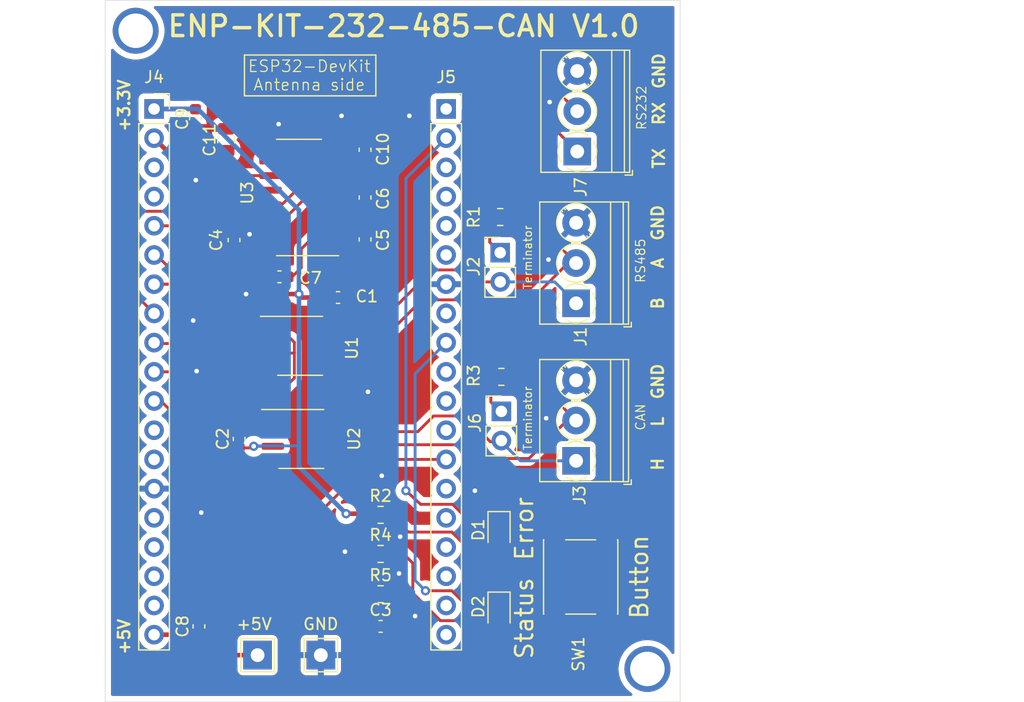
<source format=kicad_pcb>
(kicad_pcb (version 20211014) (generator pcbnew)
  (title_block (title "ENP-KIT-232-485-CAN") (date "2022-09-16") (rev "${git_tag}"))
  (layers (0 "F.Cu" signal) (31 "B.Cu" signal) (34 "B.Paste" user) (35 "F.Paste" user) (36 "B.SilkS" user "B.Silkscreen") (37 "F.SilkS" user "F.Silkscreen") (38 "B.Mask" user) (39 "F.Mask" user) (44 "Edge.Cuts" user))
  (property "git_tag" "123")
  (net 0 "")
  (net 1 "+5V")
  (net 2 "GND")
  (net 3 "Net-(J1-Pad2)")
  (net 4 "Net-(D1-Pad2)")
  (net 5 "Net-(J3-Pad2)")
  (net 6 "Net-(D2-Pad2)")
  (net 7 "Net-(J6-Pad1)")
  (net 8 "+3.3V")
  (net 13 "Net-(C7-Pad1)")
  (net 14 "Net-(C10-Pad1)")
  (net 15 "Net-(J1-Pad1)")
  (net 16 "Net-(J2-Pad1)")
  (net 21 "Net-(J4-Pad2)")
  (net 24 "Net-(J7-Pad2)")
  (net 25 "Net-(J7-Pad1)")
  (net 26 "RS485_TX")
  (net 27 "RS485_EN")
  (net 28 "RS485_RX")
  (net 29 "CAN_RX")
  (net 30 "CAN_TX")
  (net 31 "RS232_RX")
  (net 32 "RS232_TX")
  (net 33 "Net-(C3-Pad2)")
  (net 34 "Net-(D1-Pad1)")
  (net 35 "Net-(D2-Pad1)")
  (net 36 "Net-(C5-Pad2)")
  (net 37 "Net-(C5-Pad1)")
  (net 38 "Net-(C6-Pad2)")
  (net 39 "Net-(C6-Pad1)")
  (net 40 "Net-(J3-Pad1)")
  (footprint "LED_SMD:LED_0805_2012Metric" (layer "F.Cu") (at 114.6 76.7 -90)
    (fp_text reference "D1" (at -0.1 1.8 90) (layer "F.SilkS"))
    (fp_text value "LED_RED" hide)
    (pad "1" smd roundrect locked (at -0.9375 0 270) (size 0.975 1.4) (layers "F.Cu" "F.Paste" "F.Mask") (net 34 "Net-(D1-Pad1)"))
    (pad "2" smd roundrect locked (at 0.9375 0 270) (size 0.975 1.4) (layers "F.Cu" "F.Paste" "F.Mask") (net 4 "Net-(D1-Pad2)"))
  )
  (footprint "LED_SMD:LED_0805_2012Metric" (layer "F.Cu") (at 114.6 83.7 -90)
    (fp_text reference "D2" (at -0.4 1.8 90) (layer "F.SilkS"))
    (fp_text value "LED_GREEN" hide)
    (pad "1" smd roundrect locked (at -0.9375 0 270) (size 0.975 1.4) (layers "F.Cu" "F.Paste" "F.Mask") (net 35 "Net-(D2-Pad1)"))
    (pad "2" smd roundrect locked (at 0.9375 0 270) (size 0.975 1.4) (layers "F.Cu" "F.Paste" "F.Mask") (net 6 "Net-(D2-Pad2)"))
  )
  (footprint "Connector_PinSocket_2.54mm:PinSocket_1x19_P2.54mm_Vertical" (layer "F.Cu") (at 84.6 40)
    (fp_text reference "J4" (at 0 -2.77) (layer "F.SilkS"))
    (fp_text value "Conn_01x19" hide)
    (pad "1" thru_hole rect locked (at 0 0) (size 1.7 1.7) (drill 1) (layers *.Cu *.Mask) (net 8 "+3.3V"))
    (pad "2" thru_hole oval locked (at 0 2.54) (size 1.7 1.7) (drill 1) (layers *.Cu *.Mask) (net 21 "Net-(J4-Pad2)"))
    (pad "3" thru_hole oval locked (at 0 5.08) (size 1.7 1.7) (drill 1) (layers *.Cu *.Mask))
    (pad "4" thru_hole oval locked (at 0 7.62) (size 1.7 1.7) (drill 1) (layers *.Cu *.Mask))
    (pad "5" thru_hole oval locked (at 0 10.16) (size 1.7 1.7) (drill 1) (layers *.Cu *.Mask) (net 31 "RS232_RX"))
    (pad "6" thru_hole oval locked (at 0 12.7) (size 1.7 1.7) (drill 1) (layers *.Cu *.Mask) (net 28 "RS485_RX"))
    (pad "7" thru_hole oval locked (at 0 15.24) (size 1.7 1.7) (drill 1) (layers *.Cu *.Mask) (net 26 "RS485_TX"))
    (pad "8" thru_hole oval locked (at 0 17.78) (size 1.7 1.7) (drill 1) (layers *.Cu *.Mask) (net 32 "RS232_TX"))
    (pad "9" thru_hole oval locked (at 0 20.32) (size 1.7 1.7) (drill 1) (layers *.Cu *.Mask) (net 27 "RS485_EN"))
    (pad "10" thru_hole oval locked (at 0 22.86) (size 1.7 1.7) (drill 1) (layers *.Cu *.Mask) (net 30 "CAN_TX"))
    (pad "11" thru_hole oval locked (at 0 25.4) (size 1.7 1.7) (drill 1) (layers *.Cu *.Mask) (net 29 "CAN_RX"))
    (pad "12" thru_hole oval locked (at 0 27.94) (size 1.7 1.7) (drill 1) (layers *.Cu *.Mask))
    (pad "13" thru_hole oval locked (at 0 30.48) (size 1.7 1.7) (drill 1) (layers *.Cu *.Mask))
    (pad "14" thru_hole oval locked (at 0 33.02) (size 1.7 1.7) (drill 1) (layers *.Cu *.Mask) (net 2 "GND"))
    (pad "15" thru_hole oval locked (at 0 35.56) (size 1.7 1.7) (drill 1) (layers *.Cu *.Mask))
    (pad "16" thru_hole oval locked (at 0 38.1) (size 1.7 1.7) (drill 1) (layers *.Cu *.Mask))
    (pad "17" thru_hole oval locked (at 0 40.64) (size 1.7 1.7) (drill 1) (layers *.Cu *.Mask))
    (pad "18" thru_hole oval locked (at 0 43.18) (size 1.7 1.7) (drill 1) (layers *.Cu *.Mask))
    (pad "19" thru_hole oval locked (at 0 45.72) (size 1.7 1.7) (drill 1) (layers *.Cu *.Mask) (net 1 "+5V"))
  )
  (footprint "Connector_PinSocket_2.54mm:PinSocket_1x19_P2.54mm_Vertical" (layer "F.Cu") (at 110 40)
    (fp_text reference "J5" (at 0 -2.77) (layer "F.SilkS"))
    (fp_text value "Conn_01x19" hide)
    (pad "1" thru_hole rect locked (at 0 0) (size 1.7 1.7) (drill 1) (layers *.Cu *.Mask))
    (pad "2" thru_hole oval locked (at 0 2.54) (size 1.7 1.7) (drill 1) (layers *.Cu *.Mask) (net 34 "Net-(D1-Pad1)"))
    (pad "3" thru_hole oval locked (at 0 5.08) (size 1.7 1.7) (drill 1) (layers *.Cu *.Mask))
    (pad "4" thru_hole oval locked (at 0 7.62) (size 1.7 1.7) (drill 1) (layers *.Cu *.Mask))
    (pad "5" thru_hole oval locked (at 0 10.16) (size 1.7 1.7) (drill 1) (layers *.Cu *.Mask))
    (pad "6" thru_hole oval locked (at 0 12.7) (size 1.7 1.7) (drill 1) (layers *.Cu *.Mask))
    (pad "7" thru_hole oval locked (at 0 15.24) (size 1.7 1.7) (drill 1) (layers *.Cu *.Mask) (net 2 "GND"))
    (pad "8" thru_hole oval locked (at 0 17.78) (size 1.7 1.7) (drill 1) (layers *.Cu *.Mask))
    (pad "9" thru_hole oval locked (at 0 20.32) (size 1.7 1.7) (drill 1) (layers *.Cu *.Mask) (net 35 "Net-(D2-Pad1)"))
    (pad "10" thru_hole oval locked (at 0 22.86) (size 1.7 1.7) (drill 1) (layers *.Cu *.Mask))
    (pad "11" thru_hole oval locked (at 0 25.4) (size 1.7 1.7) (drill 1) (layers *.Cu *.Mask))
    (pad "12" thru_hole oval locked (at 0 27.94) (size 1.7 1.7) (drill 1) (layers *.Cu *.Mask))
    (pad "13" thru_hole oval locked (at 0 30.48) (size 1.7 1.7) (drill 1) (layers *.Cu *.Mask) (net 33 "Net-(C3-Pad2)"))
    (pad "14" thru_hole oval locked (at 0 33.02) (size 1.7 1.7) (drill 1) (layers *.Cu *.Mask))
    (pad "15" thru_hole oval locked (at 0 35.56) (size 1.7 1.7) (drill 1) (layers *.Cu *.Mask))
    (pad "16" thru_hole oval locked (at 0 38.1) (size 1.7 1.7) (drill 1) (layers *.Cu *.Mask))
    (pad "17" thru_hole oval locked (at 0 40.64) (size 1.7 1.7) (drill 1) (layers *.Cu *.Mask))
    (pad "18" thru_hole oval locked (at 0 43.18) (size 1.7 1.7) (drill 1) (layers *.Cu *.Mask))
    (pad "19" thru_hole oval locked (at 0 45.72) (size 1.7 1.7) (drill 1) (layers *.Cu *.Mask))
  )
  (footprint "Resistor_SMD:R_0805_2012Metric" (layer "F.Cu") (at 104.3 82.2)
    (fp_text reference "R5" (at 0 -1.65) (layer "F.SilkS"))
    (fp_text value "10K/10%/R0805" hide)
    (pad "1" smd roundrect locked (at -0.9125 0) (size 1.025 1.4) (layers "F.Cu" "F.Paste" "F.Mask") (roundrect_rratio 0.243902) (net 8 "+3.3V"))
    (pad "2" smd roundrect locked (at 0.9125 0) (size 1.025 1.4) (layers "F.Cu" "F.Paste" "F.Mask") (roundrect_rratio 0.243902) (net 33 "Net-(C3-Pad2)"))
  )
  (footprint "Button_Switch_SMD:SW_Push_1P1T_NO_6x6mm_H9.5mm" (layer "F.Cu") (at 121.7 80.7 90)
    (fp_text reference "SW1" (at -6.7 -0.2 270) (layer "F.SilkS"))
    (fp_text value "SW_Push" hide)
    (pad "1" smd rect locked (at 3.975 -2.25 90) (size 1.55 1.3) (layers "F.Cu" "F.Paste" "F.Mask") (net 2 "GND"))
    (pad "1" smd rect locked (at -3.975 -2.25 90) (size 1.55 1.3) (layers "F.Cu" "F.Paste" "F.Mask") (net 2 "GND"))
    (pad "2" smd rect locked (at 3.975 2.25 90) (size 1.55 1.3) (layers "F.Cu" "F.Paste" "F.Mask") (net 33 "Net-(C3-Pad2)"))
    (pad "2" smd rect locked (at -3.975 2.25 90) (size 1.55 1.3) (layers "F.Cu" "F.Paste" "F.Mask") (net 33 "Net-(C3-Pad2)"))
  )
  (footprint "Resistor_SMD:R_0805_2012Metric" (layer "F.Cu") (at 104.3 75.3)
    (fp_text reference "R2" (at 0 -1.65) (layer "F.SilkS"))
    (fp_text value "523R/20%/R0805" hide)
    (pad "1" smd roundrect locked (at -0.9125 0) (size 1.025 1.4) (layers "F.Cu" "F.Paste" "F.Mask") (roundrect_rratio 0.243902) (net 8 "+3.3V"))
    (pad "2" smd roundrect locked (at 0.9125 0) (size 1.025 1.4) (layers "F.Cu" "F.Paste" "F.Mask") (roundrect_rratio 0.243902) (net 4 "Net-(D1-Pad2)"))
  )
  (footprint "Resistor_SMD:R_0805_2012Metric" (layer "F.Cu") (at 104.3 78.7)
    (fp_text reference "R4" (at 0 -1.65) (layer "F.SilkS"))
    (fp_text value "523R/20%/R0805" hide)
    (pad "1" smd roundrect locked (at -0.9125 0) (size 1.025 1.4) (layers "F.Cu" "F.Paste" "F.Mask") (roundrect_rratio 0.243902) (net 8 "+3.3V"))
    (pad "2" smd roundrect locked (at 0.9125 0) (size 1.025 1.4) (layers "F.Cu" "F.Paste" "F.Mask") (roundrect_rratio 0.243902) (net 6 "Net-(D2-Pad2)"))
  )
  (footprint "Enapter_lib:ESP-DevKit" (layer "F.Cu") (at 97.525 63)
    (fp_text reference "REF**" hide)
    (fp_text value "ESP-DevKit" hide)
  )
  (footprint "TestPoint:TestPoint_THTPad_2.5x2.5mm_Drill1.2mm" (layer "F.Cu") (at 93.6 87.5)
    (fp_text reference "+5V" (at -0.3 -2.7) (layer "F.SilkS"))
    (fp_text value "TestPoint_THTPad_2.5x2.5mm_Drill1.2mm" hide)
    (pad "1" thru_hole rect locked (at 0 0) (size 2.5 2.5) (drill 1.2) (layers *.Cu *.Mask) (net 1 "+5V"))
  )
  (footprint "TestPoint:TestPoint_THTPad_2.5x2.5mm_Drill1.2mm" (layer "F.Cu") (at 99.1 87.5)
    (fp_text reference "GND" (at 0 -2.7) (layer "F.SilkS"))
    (fp_text value "TestPoint_THTPad_2.5x2.5mm_Drill1.2mm" hide)
    (pad "1" thru_hole rect locked (at 0 0) (size 2.5 2.5) (drill 1.2) (layers *.Cu *.Mask) (net 2 "GND"))
  )
  (footprint "Capacitor_SMD:C_0603_1608Metric" (layer "F.Cu") (at 100.6 56.4)
    (fp_text reference "C1" (at 2.5 -0.1) (layer "F.SilkS"))
    (fp_text value "1uF/16V/X7R/C0603" hide)
    (pad "1" smd roundrect locked (at -0.775 0) (size 0.9 0.95) (layers "F.Cu" "F.Paste" "F.Mask") (net 8 "+3.3V"))
    (pad "2" smd roundrect locked (at 0.775 0) (size 0.9 0.95) (layers "F.Cu" "F.Paste" "F.Mask") (net 2 "GND"))
  )
  (footprint "Capacitor_SMD:C_0603_1608Metric" (layer "F.Cu") (at 104.3 85)
    (fp_text reference "C3" (at 0 -1.43) (layer "F.SilkS"))
    (fp_text value "0.1uF/16V/X7R/C0603" hide)
    (pad "1" smd roundrect locked (at -0.775 0) (size 0.9 0.95) (layers "F.Cu" "F.Paste" "F.Mask") (net 2 "GND"))
    (pad "2" smd roundrect locked (at 0.775 0) (size 0.9 0.95) (layers "F.Cu" "F.Paste" "F.Mask") (net 33 "Net-(C3-Pad2)"))
  )
  (footprint "TerminalBlock_Phoenix:TerminalBlock_Phoenix_PT-1,5-3-3.5-H_1x03_P3.50mm_Horizontal" (layer "F.Cu") (at 121.3 56.9 90)
    (fp_text reference "J1" (at -2.9 0.4 270) (layer "F.SilkS"))
    (fp_text value "Terminal Block" hide)
    (pad "1" thru_hole rect locked (at 0 0 90) (size 2.4 2.4) (drill 1.2) (layers *.Cu *.Mask) (net 15 "Net-(J1-Pad1)"))
    (pad "2" thru_hole circle locked (at 3.5 0 90) (size 2.4 2.4) (drill 1.2) (layers *.Cu *.Mask) (net 3 "Net-(J1-Pad2)"))
    (pad "3" thru_hole circle locked (at 7 0 90) (size 2.4 2.4) (drill 1.2) (layers *.Cu *.Mask) (net 2 "GND"))
  )
  (footprint "Connector_PinHeader_2.54mm:PinHeader_1x02_P2.54mm_Vertical" (layer "F.Cu") (at 114.7 52.5)
    (fp_text reference "J2" (at -2.3 1.2 90) (layer "F.SilkS"))
    (fp_text value "Terminator" hide)
    (pad "1" thru_hole rect locked (at 0 0) (size 1.7 1.7) (drill 1) (layers *.Cu *.Mask) (net 16 "Net-(J2-Pad1)"))
    (pad "2" thru_hole oval locked (at 0 2.54) (size 1.7 1.7) (drill 1) (layers *.Cu *.Mask) (net 15 "Net-(J1-Pad1)"))
  )
  (footprint "TerminalBlock_Phoenix:TerminalBlock_Phoenix_PT-1,5-3-3.5-H_1x03_P3.50mm_Horizontal" (layer "F.Cu") (at 121.3 70.6 90)
    (fp_text reference "J3" (at -3 0.3 270) (layer "F.SilkS"))
    (fp_text value "Terminal Block" hide)
    (pad "1" thru_hole rect locked (at 0 0 90) (size 2.4 2.4) (drill 1.2) (layers *.Cu *.Mask) (net 40 "Net-(J3-Pad1)"))
    (pad "2" thru_hole circle locked (at 3.5 0 90) (size 2.4 2.4) (drill 1.2) (layers *.Cu *.Mask) (net 5 "Net-(J3-Pad2)"))
    (pad "3" thru_hole circle locked (at 7 0 90) (size 2.4 2.4) (drill 1.2) (layers *.Cu *.Mask) (net 2 "GND"))
  )
  (footprint "TerminalBlock_Phoenix:TerminalBlock_Phoenix_PT-1,5-3-3.5-H_1x03_P3.50mm_Horizontal" (layer "F.Cu") (at 121.4 43.7 90)
    (fp_text reference "J7" (at -3.1 0.3 270) (layer "F.SilkS"))
    (fp_text value "Terminal Block" hide)
    (pad "1" thru_hole rect locked (at 0 0 90) (size 2.4 2.4) (drill 1.2) (layers *.Cu *.Mask) (net 25 "Net-(J7-Pad1)"))
    (pad "2" thru_hole circle locked (at 3.5 0 90) (size 2.4 2.4) (drill 1.2) (layers *.Cu *.Mask) (net 24 "Net-(J7-Pad2)"))
    (pad "3" thru_hole circle locked (at 7 0 90) (size 2.4 2.4) (drill 1.2) (layers *.Cu *.Mask) (net 2 "GND"))
  )
  (footprint "Resistor_SMD:R_0805_2012Metric" (layer "F.Cu") (at 114.7 49.4)
    (fp_text reference "R1" (at -2.3 0 90) (layer "F.SilkS"))
    (fp_text value "120R/1%/R0805" hide)
    (pad "1" smd roundrect locked (at -0.9125 0) (size 1.025 1.4) (layers "F.Cu" "F.Paste" "F.Mask") (roundrect_rratio 0.243902) (net 16 "Net-(J2-Pad1)"))
    (pad "2" smd roundrect locked (at 0.9125 0) (size 1.025 1.4) (layers "F.Cu" "F.Paste" "F.Mask") (roundrect_rratio 0.243902) (net 3 "Net-(J1-Pad2)"))
  )
  (footprint "Package_SO:SOIC-8_3.9x4.9mm_P1.27mm" (layer "F.Cu") (at 97.4 68.7)
    (fp_text reference "U2" (at 4.6 0 90) (layer "F.SilkS"))
    (fp_text value "SN65HVD233" hide)
    (pad "1" smd roundrect locked (at -2.475 -1.905) (size 1.95 0.6) (layers "F.Cu" "F.Paste" "F.Mask") (net 30 "CAN_TX"))
    (pad "2" smd roundrect locked (at -2.475 -0.635) (size 1.95 0.6) (layers "F.Cu" "F.Paste" "F.Mask") (net 2 "GND"))
    (pad "3" smd roundrect locked (at -2.475 0.635) (size 1.95 0.6) (layers "F.Cu" "F.Paste" "F.Mask") (net 8 "+3.3V"))
    (pad "4" smd roundrect locked (at -2.475 1.905) (size 1.95 0.6) (layers "F.Cu" "F.Paste" "F.Mask") (net 29 "CAN_RX"))
    (pad "5" smd roundrect locked (at 2.475 1.905) (size 1.95 0.6) (layers "F.Cu" "F.Paste" "F.Mask"))
    (pad "6" smd roundrect locked (at 2.475 0.635) (size 1.95 0.6) (layers "F.Cu" "F.Paste" "F.Mask") (net 5 "Net-(J3-Pad2)"))
    (pad "7" smd roundrect locked (at 2.475 -0.635) (size 1.95 0.6) (layers "F.Cu" "F.Paste" "F.Mask") (net 40 "Net-(J3-Pad1)"))
    (pad "8" smd roundrect locked (at 2.475 -1.905) (size 1.95 0.6) (layers "F.Cu" "F.Paste" "F.Mask") (net 2 "GND"))
  )
  (footprint "Package_SO:SO-8_3.9x4.9mm_P1.27mm" (layer "F.Cu") (at 97.3 60.6)
    (fp_text reference "U1" (at 4.5 0.2 270) (layer "F.SilkS"))
    (fp_text value "MAX3483E" hide)
    (pad "1" smd roundrect locked (at -2.575 -1.905) (size 1.75 0.6) (layers "F.Cu" "F.Paste" "F.Mask") (net 28 "RS485_RX"))
    (pad "2" smd roundrect locked (at -2.575 -0.635) (size 1.75 0.6) (layers "F.Cu" "F.Paste" "F.Mask") (net 27 "RS485_EN"))
    (pad "3" smd roundrect locked (at -2.575 0.635) (size 1.75 0.6) (layers "F.Cu" "F.Paste" "F.Mask") (net 27 "RS485_EN"))
    (pad "4" smd roundrect locked (at -2.575 1.905) (size 1.75 0.6) (layers "F.Cu" "F.Paste" "F.Mask") (net 26 "RS485_TX"))
    (pad "5" smd roundrect locked (at 2.575 1.905) (size 1.75 0.6) (layers "F.Cu" "F.Paste" "F.Mask") (net 2 "GND"))
    (pad "6" smd roundrect locked (at 2.575 0.635) (size 1.75 0.6) (layers "F.Cu" "F.Paste" "F.Mask") (net 3 "Net-(J1-Pad2)"))
    (pad "7" smd roundrect locked (at 2.575 -0.635) (size 1.75 0.6) (layers "F.Cu" "F.Paste" "F.Mask") (net 15 "Net-(J1-Pad1)"))
    (pad "8" smd roundrect locked (at 2.575 -1.905) (size 1.75 0.6) (layers "F.Cu" "F.Paste" "F.Mask") (net 8 "+3.3V"))
  )
  (footprint "Package_SO:SOIC-16_3.9x9.9mm_P1.27mm" (layer "F.Cu") (at 97.2 47.7 180)
    (fp_text reference "U3" (at 4.5 0.4 90) (layer "F.SilkS"))
    (fp_text value "MAX3232" hide)
    (pad "1" smd roundrect locked (at -2.475 -4.445 180) (size 1.95 0.6) (layers "F.Cu" "F.Paste" "F.Mask") (net 36 "Net-(C5-Pad2)"))
    (pad "2" smd roundrect locked (at -2.475 -3.175 180) (size 1.95 0.6) (layers "F.Cu" "F.Paste" "F.Mask") (net 13 "Net-(C7-Pad1)"))
    (pad "3" smd roundrect locked (at -2.475 -1.905 180) (size 1.95 0.6) (layers "F.Cu" "F.Paste" "F.Mask") (net 37 "Net-(C5-Pad1)"))
    (pad "4" smd roundrect locked (at -2.475 -0.635 180) (size 1.95 0.6) (layers "F.Cu" "F.Paste" "F.Mask") (net 38 "Net-(C6-Pad2)"))
    (pad "5" smd roundrect locked (at -2.475 0.635 180) (size 1.95 0.6) (layers "F.Cu" "F.Paste" "F.Mask") (net 39 "Net-(C6-Pad1)"))
    (pad "6" smd roundrect locked (at -2.475 1.905 180) (size 1.95 0.6) (layers "F.Cu" "F.Paste" "F.Mask") (net 14 "Net-(C10-Pad1)"))
    (pad "7" smd roundrect locked (at -2.475 3.175 180) (size 1.95 0.6) (layers "F.Cu" "F.Paste" "F.Mask"))
    (pad "8" smd roundrect locked (at -2.475 4.445 180) (size 1.95 0.6) (layers "F.Cu" "F.Paste" "F.Mask"))
    (pad "9" smd roundrect locked (at 2.475 4.445 180) (size 1.95 0.6) (layers "F.Cu" "F.Paste" "F.Mask"))
    (pad "10" smd roundrect locked (at 2.475 3.175 180) (size 1.95 0.6) (layers "F.Cu" "F.Paste" "F.Mask"))
    (pad "11" smd roundrect locked (at 2.475 1.905 180) (size 1.95 0.6) (layers "F.Cu" "F.Paste" "F.Mask") (net 32 "RS232_TX"))
    (pad "12" smd roundrect locked (at 2.475 0.635 180) (size 1.95 0.6) (layers "F.Cu" "F.Paste" "F.Mask") (net 31 "RS232_RX"))
    (pad "13" smd roundrect locked (at 2.475 -0.635 180) (size 1.95 0.6) (layers "F.Cu" "F.Paste" "F.Mask") (net 24 "Net-(J7-Pad2)"))
    (pad "14" smd roundrect locked (at 2.475 -1.905 180) (size 1.95 0.6) (layers "F.Cu" "F.Paste" "F.Mask") (net 25 "Net-(J7-Pad1)"))
    (pad "15" smd roundrect locked (at 2.475 -3.175 180) (size 1.95 0.6) (layers "F.Cu" "F.Paste" "F.Mask") (net 2 "GND"))
    (pad "16" smd roundrect locked (at 2.475 -4.445 180) (size 1.95 0.6) (layers "F.Cu" "F.Paste" "F.Mask") (net 8 "+3.3V"))
  )
  (footprint "Capacitor_SMD:C_0603_1608Metric" (layer "F.Cu") (at 92 68.7 90)
    (fp_text reference "C2" (at 0 -1.43 90) (layer "F.SilkS"))
    (fp_text value "1uF/16V/X7R/C0603" hide)
    (pad "1" smd roundrect locked (at -0.775 0 90) (size 0.9 0.95) (layers "F.Cu" "F.Paste" "F.Mask") (net 8 "+3.3V"))
    (pad "2" smd roundrect locked (at 0.775 0 90) (size 0.9 0.95) (layers "F.Cu" "F.Paste" "F.Mask") (net 2 "GND"))
  )
  (footprint "Capacitor_SMD:C_0603_1608Metric" (layer "F.Cu") (at 88.5 85 90)
    (fp_text reference "C8" (at 0 -1.43 90) (layer "F.SilkS"))
    (fp_text value "1uF/16V/X7R/C0603" hide)
    (pad "1" smd roundrect locked (at -0.775 0 90) (size 0.9 0.95) (layers "F.Cu" "F.Paste" "F.Mask") (net 1 "+5V"))
    (pad "2" smd roundrect locked (at 0.775 0 90) (size 0.9 0.95) (layers "F.Cu" "F.Paste" "F.Mask") (net 2 "GND"))
  )
  (footprint "Capacitor_SMD:C_0603_1608Metric" (layer "F.Cu") (at 88.2 40.8 -90)
    (fp_text reference "C9" (at 0.06 1.16 90) (layer "F.SilkS"))
    (fp_text value "1uF/16V/X7R/C0603" hide)
    (pad "1" smd roundrect locked (at -0.775 0 270) (size 0.9 0.95) (layers "F.Cu" "F.Paste" "F.Mask") (net 8 "+3.3V"))
    (pad "2" smd roundrect locked (at 0.775 0 270) (size 0.9 0.95) (layers "F.Cu" "F.Paste" "F.Mask") (net 2 "GND"))
  )
  (footprint "Capacitor_SMD:C_0603_1608Metric" (layer "F.Cu") (at 91.55 51.4 -90)
    (fp_text reference "C4" (at 0 1.55 90) (layer "F.SilkS"))
    (fp_text value "0.1uF/16V/X7R/C0603" hide)
    (pad "1" smd roundrect locked (at -0.775 0 270) (size 0.9 0.95) (layers "F.Cu" "F.Paste" "F.Mask") (net 2 "GND"))
    (pad "2" smd roundrect locked (at 0.775 0 270) (size 0.9 0.95) (layers "F.Cu" "F.Paste" "F.Mask") (net 8 "+3.3V"))
  )
  (footprint "Capacitor_SMD:C_0603_1608Metric" (layer "F.Cu") (at 102.95 51.35 -90)
    (fp_text reference "C5" (at 0.05 -1.55 90) (layer "F.SilkS"))
    (fp_text value "0.1uF/16V/X7R/C0603" hide)
    (pad "1" smd roundrect locked (at -0.775 0 270) (size 0.9 0.95) (layers "F.Cu" "F.Paste" "F.Mask") (net 37 "Net-(C5-Pad1)"))
    (pad "2" smd roundrect locked (at 0.775 0 270) (size 0.9 0.95) (layers "F.Cu" "F.Paste" "F.Mask") (net 36 "Net-(C5-Pad2)"))
  )
  (footprint "Capacitor_SMD:C_0603_1608Metric" (layer "F.Cu") (at 102.95 47.7 -90)
    (fp_text reference "C6" (at 0.1 -1.55 90) (layer "F.SilkS"))
    (fp_text value "0.1uF/16V/X7R/C0603" hide)
    (pad "1" smd roundrect locked (at -0.775 0 270) (size 0.9 0.95) (layers "F.Cu" "F.Paste" "F.Mask") (net 39 "Net-(C6-Pad1)"))
    (pad "2" smd roundrect locked (at 0.775 0 270) (size 0.9 0.95) (layers "F.Cu" "F.Paste" "F.Mask") (net 38 "Net-(C6-Pad2)"))
  )
  (footprint "Capacitor_SMD:C_0603_1608Metric" (layer "F.Cu") (at 95.5 54.6 180)
    (fp_text reference "C7" (at -2.7 -0.1) (layer "F.SilkS"))
    (fp_text value "0.1uF/16V/X7R/C0603" hide)
    (pad "1" smd roundrect locked (at -0.775 0 180) (size 0.9 0.95) (layers "F.Cu" "F.Paste" "F.Mask") (net 13 "Net-(C7-Pad1)"))
    (pad "2" smd roundrect locked (at 0.775 0 180) (size 0.9 0.95) (layers "F.Cu" "F.Paste" "F.Mask") (net 8 "+3.3V"))
  )
  (footprint "Capacitor_SMD:C_0603_1608Metric" (layer "F.Cu") (at 102.95 43.55 90)
    (fp_text reference "C10" (at 0.05 1.55 90) (layer "F.SilkS"))
    (fp_text value "0.1uF/16V/X7R/C0603" hide)
    (pad "1" smd roundrect locked (at -0.775 0 90) (size 0.9 0.95) (layers "F.Cu" "F.Paste" "F.Mask") (net 14 "Net-(C10-Pad1)"))
    (pad "2" smd roundrect locked (at 0.775 0 90) (size 0.9 0.95) (layers "F.Cu" "F.Paste" "F.Mask") (net 2 "GND"))
  )
  (footprint "Resistor_SMD:R_0805_2012Metric" (layer "F.Cu") (at 114.8 63.3)
    (fp_text reference "R3" (at -2.4 -0.1 90) (layer "F.SilkS"))
    (fp_text value "120R/1%/R0805" hide)
    (pad "1" smd roundrect locked (at -0.9125 0) (size 1.025 1.4) (layers "F.Cu" "F.Paste" "F.Mask") (roundrect_rratio 0.243902) (net 7 "Net-(J6-Pad1)"))
    (pad "2" smd roundrect locked (at 0.9125 0) (size 1.025 1.4) (layers "F.Cu" "F.Paste" "F.Mask") (roundrect_rratio 0.243902) (net 5 "Net-(J3-Pad2)"))
  )
  (footprint "Connector_PinHeader_2.54mm:PinHeader_1x02_P2.54mm_Vertical" (layer "F.Cu") (at 114.8 66.3)
    (fp_text reference "J6" (at -2.3 1 90) (layer "F.SilkS"))
    (fp_text value "Terminator" hide)
    (pad "1" thru_hole rect locked (at 0 0) (size 1.7 1.7) (drill 1) (layers *.Cu *.Mask) (net 7 "Net-(J6-Pad1)"))
    (pad "2" thru_hole oval locked (at 0 2.54) (size 1.7 1.7) (drill 1) (layers *.Cu *.Mask) (net 40 "Net-(J3-Pad1)"))
  )
  (footprint "Capacitor_SMD:C_0805_2012Metric" (layer "F.Cu") (at 90.87 42.68 90)
    (fp_text reference "C11" (at -0.01 -1.45 90) (layer "F.SilkS"))
    (fp_text value "4.7uF/25V/20%/X5R/C0805" hide)
    (pad "1" smd roundrect (at -0.95 0 90) (size 1 1.45) (layers "F.Cu" "F.Paste" "F.Mask") (net 21 "Net-(J4-Pad2)"))
    (pad "2" smd roundrect (at 0.95 0 90) (size 1 1.45) (layers "F.Cu" "F.Paste" "F.Mask") (net 2 "GND"))
  )
  (gr_line (start 103.886 38.862) (end 92.456 38.862) (layer "F.SilkS") (width 0.12))
  (gr_line (start 92.456 38.862) (end 92.46 35.31) (layer "F.SilkS") (width 0.12))
  (gr_line (start 92.46 35.31) (end 103.886 35.306) (layer "F.SilkS") (width 0.12))
  (gr_line (start 103.886 35.306) (end 103.886 38.862) (layer "F.SilkS") (width 0.12))
  (gr_line (start 80.35 91.55) (end 80.35 30.55) (layer "Edge.Cuts") (width 0.05))
  (gr_line (start 130.35 30.55) (end 130.35 91.55) (layer "Edge.Cuts") (width 0.05))
  (gr_line (start 80.35 30.55) (end 130.35 30.55) (layer "Edge.Cuts") (width 0.05))
  (gr_line (start 130.35 91.55) (end 80.35 91.55) (layer "Edge.Cuts") (width 0.05))
  (gr_text "Button" (at 126.8 80.7 90) (layer "F.SilkS") (effects (font (size 1.5 1.5) (thickness 0.2))))
  (gr_text "Status" (at 116.8 84.3 90) (layer "F.SilkS") (effects (font (size 1.5 1.5) (thickness 0.2))))
  (gr_text "RX" (at 128.5 40.4 90) (layer "F.SilkS") (effects (font (size 1 1) (thickness 0.2))))
  (gr_text "TX" (at 128.5 44.3 90) (layer "F.SilkS") (effects (font (size 1 1) (thickness 0.2))))
  (gr_text "GND" (at 128.4 49.9 90) (layer "F.SilkS") (effects (font (size 1 1) (thickness 0.2))))
  (gr_text "H" (at 128.4 70.9 90) (layer "F.SilkS") (effects (font (size 1 1) (thickness 0.2))))
  (gr_text "L" (at 128.4 67.2 90) (layer "F.SilkS") (effects (font (size 1 1) (thickness 0.2))))
  (gr_text "A" (at 128.4 53.4 90) (layer "F.SilkS") (effects (font (size 1 1) (thickness 0.2))))
  (gr_text "B" (at 128.4 56.9 90) (layer "F.SilkS") (effects (font (size 1 1) (thickness 0.2))))
  (gr_text "Terminator" (at 117.1 66.9 90) (layer "F.SilkS") (effects (font (size 0.7 0.7) (thickness 0.1))))
  (gr_text "Terminator" (at 117.1 52.9 90) (layer "F.SilkS") (effects (font (size 0.7 0.7) (thickness 0.1))))
  (gr_text "+3.3V" (at 82 39.7 90) (layer "F.SilkS") (effects (font (size 1 1) (thickness 0.2))))
  (gr_text "+5V" (at 82 85.9 90) (layer "F.SilkS") (effects (font (size 1 1) (thickness 0.2))))
  (gr_text "ESP32-DevKit\nAntenna side" (at 98.1 37.09) (layer "F.SilkS") (effects (font (size 1 1) (thickness 0.1))))
  (gr_text "RS232" (at 127 39.9 90) (layer "F.SilkS") (effects (font (size 0.8 0.8) (thickness 0.1))))
  (gr_text "RS485" (at 126.9 53.2 90) (layer "F.SilkS") (effects (font (size 0.8 0.8) (thickness 0.1))))
  (gr_text "CAN" (at 126.9 66.8 90) (layer "F.SilkS") (effects (font (size 0.8 0.8) (thickness 0.1))))
  (gr_text "Error" (at 116.8 76.5 90) (layer "F.SilkS") (effects (font (size 1.5 1.5) (thickness 0.2))))
  (gr_text "GND" (at 128.4 63.7 90) (layer "F.SilkS") (effects (font (size 1 1) (thickness 0.2))))
  (gr_text "ENP-KIT-232-485-CAN V1.0" (at 106.3 32.8) (layer "F.SilkS") (effects (font (size 1.8 1.8) (thickness 0.3))))
  (gr_text "GND" (at 128.5 36.7 90) (layer "F.SilkS") (effects (font (size 1 1) (thickness 0.2))))
  (via locked (at 83 33.2) (size 4) (drill 3) (layers "F.Cu" "B.Cu") (net 0))
  (via locked (at 127.5 88.7) (size 4) (drill 3) (layers "F.Cu" "B.Cu") (net 0))
  (segment (start 89.075 85.775) (end 90.8 87.5) (width 0.4) (layer "F.Cu") (net 1))
  (segment (start 90.8 87.5) (end 93.6 87.5) (width 0.4) (layer "F.Cu") (net 1))
  (segment (start 88.5 85.775) (end 89.075 85.775) (width 0.4) (layer "F.Cu") (net 1))
  (segment (start 88.445 85.72) (end 88.5 85.775) (width 0.4) (layer "F.Cu") (net 1))
  (segment (start 84.6 85.72) (end 88.445 85.72) (width 0.4) (layer "F.Cu") (net 1))
  (via (at 103.2 64.6) (size 0.8) (drill 0.4) (layers "F.Cu" "B.Cu") (net 2))
  (via (at 107.3 84.1) (size 0.8) (drill 0.4) (layers "F.Cu" "B.Cu") (net 2))
  (via (at 118.7 66.9) (size 0.8) (drill 0.4) (layers "F.Cu" "B.Cu") (net 2))
  (via (at 92.6 56.1) (size 0.8) (drill 0.4) (layers "F.Cu" "B.Cu") (net 2))
  (via (at 119 39.4) (size 0.8) (drill 0.4) (layers "F.Cu" "B.Cu") (net 2))
  (via (at 88.3 62.8) (size 0.8) (drill 0.4) (layers "F.Cu" "B.Cu") (net 2))
  (via (at 101.2 78.5) (size 0.8) (drill 0.4) (layers "F.Cu" "B.Cu") (net 2))
  (via (at 105.9 80.4) (size 0.8) (drill 0.4) (layers "F.Cu" "B.Cu") (net 2))
  (via (at 88.23 46.19) (size 0.8) (drill 0.4) (layers "F.Cu" "B.Cu") (net 2))
  (via (at 106 77.2) (size 0.8) (drill 0.4) (layers "F.Cu" "B.Cu") (net 2))
  (via (at 95.43 41.32) (size 0.8) (drill 0.4) (layers "F.Cu" "B.Cu") (net 2))
  (via (at 112.5 73.2) (size 0.8) (drill 0.4) (layers "F.Cu" "B.Cu") (net 2))
  (via (at 88 58.4) (size 0.8) (drill 0.4) (layers "F.Cu" "B.Cu") (net 2))
  (via (at 100.9 40.6) (size 0.8) (drill 0.4) (layers "F.Cu" "B.Cu") (net 2))
  (via (at 118.9 53.1) (size 0.8) (drill 0.4) (layers "F.Cu" "B.Cu") (net 2))
  (via (at 106.8 40.6) (size 0.8) (drill 0.4) (layers "F.Cu" "B.Cu") (net 2))
  (via (at 92.9 50.9) (size 0.8) (drill 0.4) (layers "F.Cu" "B.Cu") (net 2))
  (via (at 104.4 71.9) (size 0.8) (drill 0.4) (layers "F.Cu" "B.Cu") (net 2))
  (via (at 88.7 75.1) (size 0.8) (drill 0.4) (layers "F.Cu" "B.Cu") (net 2))
  (segment (start 120.6 53.4) (end 121.3 53.4) (width 0.25) (layer "F.Cu") (net 3))
  (segment (start 107.9 56.6) (end 112 56.6) (width 0.25) (layer "F.Cu") (net 3))
  (segment (start 117.3 49.4) (end 121.3 53.4) (width 0.25) (layer "F.Cu") (net 3))
  (segment (start 103.265 61.235) (end 107.9 56.6) (width 0.25) (layer "F.Cu") (net 3))
  (segment (start 99.875 61.235) (end 103.265 61.235) (width 0.25) (layer "F.Cu") (net 3))
  (segment (start 115.6125 49.4) (end 117.3 49.4) (width 0.25) (layer "F.Cu") (net 3))
  (segment (start 112 56.6) (end 117.4 56.6) (width 0.25) (layer "F.Cu") (net 3))
  (segment (start 117.4 56.6) (end 120.6 53.4) (width 0.25) (layer "F.Cu") (net 3))
  (segment (start 114.6 77.6375) (end 111.3375 77.6375) (width 0.25) (layer "F.Cu") (net 4))
  (segment (start 110.5 76.8) (end 106.7125 76.8) (width 0.25) (layer "F.Cu") (net 4))
  (segment (start 111.3375 77.6375) (end 110.5 76.8) (width 0.25) (layer "F.Cu") (net 4))
  (segment (start 106.7125 76.8) (end 105.2125 75.3) (width 0.25) (layer "F.Cu") (net 4))
  (segment (start 99.875 69.335) (end 100.01 69.2) (width 0.25) (layer "F.Cu") (net 5))
  (segment (start 117.2 70.4) (end 120.5 67.1) (width 0.25) (layer "F.Cu") (net 5))
  (segment (start 100.01 69.2) (end 111.8 69.2) (width 0.25) (layer "F.Cu") (net 5))
  (segment (start 120.5 67.1) (end 121.3 67.1) (width 0.25) (layer "F.Cu") (net 5))
  (segment (start 111.8 69.2) (end 113 70.4) (width 0.25) (layer "F.Cu") (net 5))
  (segment (start 113 70.4) (end 117.2 70.4) (width 0.25) (layer "F.Cu") (net 5))
  (segment (start 117.5 63.3) (end 121.3 67.1) (width 0.25) (layer "F.Cu") (net 5))
  (segment (start 115.7125 63.3) (end 117.5 63.3) (width 0.25) (layer "F.Cu") (net 5))
  (segment (start 109.5 84.5) (end 114.4625 84.5) (width 0.25) (layer "F.Cu") (net 6))
  (segment (start 114.4625 84.5) (end 114.6 84.6375) (width 0.25) (layer "F.Cu") (net 6))
  (segment (start 107.1 82.1) (end 109.5 84.5) (width 0.25) (layer "F.Cu") (net 6))
  (segment (start 105.2125 78.7) (end 106.3 78.7) (width 0.25) (layer "F.Cu") (net 6))
  (segment (start 106.3 78.7) (end 107.1 79.5) (width 0.25) (layer "F.Cu") (net 6))
  (segment (start 107.1 79.5) (end 107.1 82.1) (width 0.25) (layer "F.Cu") (net 6))
  (segment (start 113.8875 63.3) (end 113.8875 65.4875) (width 0.25) (layer "F.Cu") (net 7))
  (segment (start 113.8875 65.4875) (end 114.8 66.4) (width 0.25) (layer "F.Cu") (net 7))
  (segment (start 84.6 40) (end 88.175 40) (width 0.4) (layer "F.Cu") (net 8))
  (segment (start 99.825 56.4) (end 99.825 58.645) (width 0.4) (layer "F.Cu") (net 8))
  (segment (start 92.34 69.335) (end 92.2 69.475) (width 0.25) (layer "F.Cu") (net 8))
  (segment (start 103.3875 78.7) (end 103.3875 82.2) (width 0.25) (layer "F.Cu") (net 8))
  (segment (start 93.265 69.335) (end 94.925 69.335) (width 0.25) (layer "F.Cu") (net 8))
  (segment (start 103.2875 75.2) (end 103.3875 75.3) (width 0.4) (layer "F.Cu") (net 8))
  (segment (start 97.5 56.4) (end 97.2 56.1) (width 0.4) (layer "F.Cu") (net 8))
  (segment (start 99.825 58.645) (end 99.875 58.695) (width 0.4) (layer "F.Cu") (net 8))
  (segment (start 103.3875 75.3) (end 103.3875 78.7) (width 0.25) (layer "F.Cu") (net 8))
  (segment (start 92 69.475) (end 93.125 69.475) (width 0.25) (layer "F.Cu") (net 8))
  (segment (start 99.825 56.4) (end 97.5 56.4) (width 0.4) (layer "F.Cu") (net 8))
  (segment (start 93.125 69.475) (end 93.265 69.335) (width 0.25) (layer "F.Cu") (net 8))
  (segment (start 96.225 56.1) (end 94.725 54.6) (width 0.4) (layer "F.Cu") (net 8))
  (segment (start 94.695 52.175) (end 94.725 52.145) (width 0.4) (layer "F.Cu") (net 8))
  (segment (start 94.725 52.145) (end 94.725 54.6) (width 0.4) (layer "F.Cu") (net 8))
  (segment (start 101.3 75.2) (end 103.2875 75.2) (width 0.4) (layer "F.Cu") (net 8))
  (segment (start 88.175 40) (end 88.2 40.025) (width 0.4) (layer "F.Cu") (net 8))
  (segment (start 91.55 52.175) (end 94.695 52.175) (width 0.4) (layer "F.Cu") (net 8))
  (segment (start 97.2 56.1) (end 96.225 56.1) (width 0.4) (layer "F.Cu") (net 8))
  (via (at 93.265 69.335) (size 0.8) (drill 0.4) (layers "F.Cu" "B.Cu") (net 8))
  (via (at 101.3 75.2) (size 0.8) (drill 0.4) (layers "F.Cu" "B.Cu") (net 8))
  (via (at 97.2 56.1) (size 0.8) (drill 0.4) (layers "F.Cu" "B.Cu") (net 8))
  (segment (start 88.4 40) (end 97.2 48.8) (width 0.4) (layer "B.Cu") (net 8))
  (segment (start 93.3 69.3) (end 93.265 69.335) (width 0.25) (layer "B.Cu") (net 8))
  (segment (start 97.2 56.1) (end 97.2 69.3) (width 0.4) (layer "B.Cu") (net 8))
  (segment (start 97.2 71.1) (end 101.3 75.2) (width 0.4) (layer "B.Cu") (net 8))
  (segment (start 97.2 69.3) (end 93.3 69.3) (width 0.25) (layer "B.Cu") (net 8))
  (segment (start 84.6 40) (end 88.4 40) (width 0.4) (layer "B.Cu") (net 8))
  (segment (start 97.2 69.3) (end 97.2 71.1) (width 0.4) (layer "B.Cu") (net 8))
  (segment (start 97.2 48.8) (end 97.2 56.1) (width 0.4) (layer "B.Cu") (net 8))
  (segment (start 98.7 50.875) (end 99.675 50.875) (width 0.25) (layer "F.Cu") (net 13))
  (segment (start 97.4 52.175) (end 98.7 50.875) (width 0.25) (layer "F.Cu") (net 13))
  (segment (start 96.6 54.6) (end 97.4 53.8) (width 0.25) (layer "F.Cu") (net 13))
  (segment (start 97.4 53.8) (end 97.4 52.175) (width 0.25) (layer "F.Cu") (net 13))
  (segment (start 96.275 54.6) (end 96.6 54.6) (width 0.25) (layer "F.Cu") (net 13))
  (segment (start 99.675 45.795) (end 101.48 45.795) (width 0.25) (layer "F.Cu") (net 14))
  (segment (start 101.48 45.795) (end 102.95 44.325) (width 0.25) (layer "F.Cu") (net 14))
  (segment (start 114.7 55.04) (end 112.94 55.04) (width 0.25) (layer "F.Cu") (net 15))
  (segment (start 111.9 54) (end 108.8 54) (width 0.25) (layer "F.Cu") (net 15))
  (segment (start 108.8 54) (end 102.835 59.965) (width 0.25) (layer "F.Cu") (net 15))
  (segment (start 102.835 59.965) (end 99.875 59.965) (width 0.25) (layer "F.Cu") (net 15))
  (segment (start 112.94 55.04) (end 111.9 54) (width 0.25) (layer "F.Cu") (net 15))
  (segment (start 119.44 55.04) (end 121.3 56.9) (width 0.25) (layer "B.Cu") (net 15))
  (segment (start 114.7 55.04) (end 119.44 55.04) (width 0.25) (layer "B.Cu") (net 15))
  (segment (start 113.7875 49.4) (end 113.7875 51.5875) (width 0.25) (layer "F.Cu") (net 16))
  (segment (start 113.7875 51.5875) (end 114.7 52.5) (width 0.25) (layer "F.Cu") (net 16))
  (segment (start 84.6 42.54) (end 85.69 43.63) (width 0.4) (layer "F.Cu") (net 21))
  (segment (start 85.69 43.63) (end 90.87 43.63) (width 0.4) (layer "F.Cu") (net 21))
  (segment (start 95.7 48.335) (end 94.725 48.335) (width 0.25) (layer "F.Cu") (net 24))
  (segment (start 118.7 37.5) (end 100.3 37.5) (width 0.25) (layer "F.Cu") (net 24))
  (segment (start 100.3 37.5) (end 96.8 41) (width 0.25) (layer "F.Cu") (net 24))
  (segment (start 96.8 47.235) (end 95.7 48.335) (width 0.25) (layer "F.Cu") (net 24))
  (segment (start 96.8 41) (end 96.8 47.235) (width 0.25) (layer "F.Cu") (net 24))
  (segment (start 121.4 40.2) (end 118.7 37.5) (width 0.25) (layer "F.Cu") (net 24))
  (segment (start 115.9 38.2) (end 117.75 40.05) (width 0.25) (layer "F.Cu") (net 25))
  (segment (start 100.6 38.2) (end 115.9 38.2) (width 0.25) (layer "F.Cu") (net 25))
  (segment (start 97.6 47.9) (end 97.6 41.2) (width 0.25) (layer "F.Cu") (net 25))
  (segment (start 117.75 40.05) (end 121.4 43.7) (width 0.25) (layer "F.Cu") (net 25))
  (segment (start 97.6 41.2) (end 100.6 38.2) (width 0.25) (layer "F.Cu") (net 25))
  (segment (start 95.895 49.605) (end 97.6 47.9) (width 0.25) (layer "F.Cu") (net 25))
  (segment (start 94.725 49.605) (end 95.895 49.605) (width 0.25) (layer "F.Cu") (net 25))
  (segment (start 93.85 62.505) (end 86.585 55.24) (width 0.25) (layer "F.Cu") (net 26))
  (segment (start 86.585 55.24) (end 84.6 55.24) (width 0.25) (layer "F.Cu") (net 26))
  (segment (start 94.725 62.505) (end 93.85 62.505) (width 0.25) (layer "F.Cu") (net 26))
  (segment (start 84.6 55.24) (end 86.24 55.24) (width 0.25) (layer "F.Cu") (net 26))
  (segment (start 94.725 61.235) (end 96.765 61.235) (width 0.25) (layer "F.Cu") (net 27))
  (segment (start 96.8 61.2) (end 96.8 63.4) (width 0.25) (layer "F.Cu") (net 27))
  (segment (start 96.8 63.4) (end 96 64.2) (width 0.25) (layer "F.Cu") (net 27))
  (segment (start 96.8 60.3) (end 96.8 61.2) (width 0.25) (layer "F.Cu") (net 27))
  (segment (start 96 64.2) (end 93 64.2) (width 0.25) (layer "F.Cu") (net 27))
  (segment (start 89.2 60.4) (end 84.68 60.4) (width 0.25) (layer "F.Cu") (net 27))
  (segment (start 96.465 59.965) (end 96.8 60.3) (width 0.25) (layer "F.Cu") (net 27))
  (segment (start 84.68 60.4) (end 84.6 60.32) (width 0.25) (layer "F.Cu") (net 27))
  (segment (start 93 64.2) (end 89.2 60.4) (width 0.25) (layer "F.Cu") (net 27))
  (segment (start 94.725 59.965) (end 96.465 59.965) (width 0.25) (layer "F.Cu") (net 27))
  (segment (start 96.765 61.235) (end 96.8 61.2) (width 0.25) (layer "F.Cu") (net 27))
  (segment (start 84.8 52.7) (end 84.6 52.7) (width 0.25) (layer "F.Cu") (net 28))
  (segment (start 94.725 58.695) (end 90.795 58.695) (width 0.25) (layer "F.Cu") (net 28))
  (segment (start 90.795 58.695) (end 84.8 52.7) (width 0.25) (layer "F.Cu") (net 28))
  (segment (start 85.2 65.4) (end 84.6 65.4) (width 0.25) (layer "F.Cu") (net 29))
  (segment (start 94.925 70.605) (end 90.405 70.605) (width 0.25) (layer "F.Cu") (net 29))
  (segment (start 90.405 70.605) (end 85.2 65.4) (width 0.25) (layer "F.Cu") (net 29))
  (segment (start 84.6 62.86) (end 85.96 62.86) (width 0.25) (layer "F.Cu") (net 30))
  (segment (start 85.96 62.86) (end 89.895 66.795) (width 0.25) (layer "F.Cu") (net 30))
  (segment (start 89.895 66.795) (end 94.925 66.795) (width 0.25) (layer "F.Cu") (net 30))
  (segment (start 84.6 50.16) (end 88.73 50.16) (width 0.25) (layer "F.Cu") (net 31))
  (segment (start 88.73 50.16) (end 91.825 47.065) (width 0.25) (layer "F.Cu") (net 31))
  (segment (start 91.825 47.065) (end 94.725 47.065) (width 0.25) (layer "F.Cu") (net 31))
  (segment (start 88.78 48.9) (end 91.885 45.795) (width 0.25) (layer "F.Cu") (net 32))
  (segment (start 91.885 45.795) (end 94.725 45.795) (width 0.25) (layer "F.Cu") (net 32))
  (segment (start 82.3 49.7) (end 83.1 48.9) (width 0.25) (layer "F.Cu") (net 32))
  (segment (start 84.6 57.78) (end 82.3 55.48) (width 0.25) (layer "F.Cu") (net 32))
  (segment (start 83.1 48.9) (end 88.78 48.9) (width 0.25) (layer "F.Cu") (net 32))
  (segment (start 82.3 55.48) (end 82.3 49.7) (width 0.25) (layer "F.Cu") (net 32))
  (segment (start 101.9125 83.7125) (end 105.2125 83.7125) (width 0.25) (layer "F.Cu") (net 33))
  (segment (start 105.2125 83.7125) (end 105.2125 84.8625) (width 0.25) (layer "F.Cu") (net 33))
  (segment (start 123.95 76.725) (end 123.95 84.675) (width 0.25) (layer "F.Cu") (net 33))
  (segment (start 110 70.48) (end 103.62 70.48) (width 0.25) (layer "F.Cu") (net 33))
  (segment (start 105.2125 82.2) (end 105.2125 83.7125) (width 0.25) (layer "F.Cu") (net 33))
  (segment (start 103.62 70.48) (end 99 75.1) (width 0.25) (layer "F.Cu") (net 33))
  (segment (start 108.9 87.5) (end 121.125 87.5) (width 0.25) (layer "F.Cu") (net 33))
  (segment (start 106.4 85) (end 108.9 87.5) (width 0.25) (layer "F.Cu") (net 33))
  (segment (start 105.2125 84.8625) (end 105.075 85) (width 0.25) (layer "F.Cu") (net 33))
  (segment (start 99 75.1) (end 99 80.8) (width 0.25) (layer "F.Cu") (net 33))
  (segment (start 121.125 87.5) (end 123.95 84.675) (width 0.25) (layer "F.Cu") (net 33))
  (segment (start 105.075 85) (end 106.4 85) (width 0.25) (layer "F.Cu") (net 33))
  (segment (start 99 80.8) (end 101.9125 83.7125) (width 0.25) (layer "F.Cu") (net 33))
  (segment (start 107.784999 74.384999) (end 110.564001 74.384999) (width 0.25) (layer "F.Cu") (net 34))
  (segment (start 111.941502 75.7625) (end 110.564001 74.384999) (width 0.25) (layer "F.Cu") (net 34))
  (segment (start 106.5 73.2) (end 107.784999 74.384999) (width 0.25) (layer "F.Cu") (net 34))
  (segment (start 114.6 75.7625) (end 114.5 75.7625) (width 0.25) (layer "F.Cu") (net 34))
  (segment (start 114.6 75.7625) (end 111.941502 75.7625) (width 0.25) (layer "F.Cu") (net 34))
  (via (at 106.5 73.2) (size 0.8) (drill 0.4) (layers "F.Cu" "B.Cu") (net 34))
  (segment (start 106.5 73.2) (end 106.5 46.04) (width 0.25) (layer "B.Cu") (net 34))
  (segment (start 106.5 46.04) (end 110 42.54) (width 0.25) (layer "B.Cu") (net 34))
  (segment (start 114.6 82.7625) (end 111.3625 82.7625) (width 0.25) (layer "F.Cu") (net 35))
  (segment (start 110.5 81.9) (end 110.3 81.9) (width 0.25) (layer "F.Cu") (net 35))
  (segment (start 111.3625 82.7625) (end 110.5 81.9) (width 0.25) (layer "F.Cu") (net 35))
  (segment (start 110.3 81.9) (end 108.2 81.9) (width 0.25) (layer "F.Cu") (net 35))
  (via (at 108.2 81.9) (size 0.8) (drill 0.4) (layers "F.Cu" "B.Cu") (net 35))
  (segment (start 107.3 63.02) (end 107.3 81) (width 0.25) (layer "B.Cu") (net 35))
  (segment (start 107.3 81) (end 108.2 81.9) (width 0.25) (layer "B.Cu") (net 35))
  (segment (start 110 60.32) (end 107.3 63.02) (width 0.25) (layer "B.Cu") (net 35))
  (segment (start 102.93 52.145) (end 102.95 52.125) (width 0.25) (layer "F.Cu") (net 36))
  (segment (start 99.675 52.145) (end 102.93 52.145) (width 0.25) (layer "F.Cu") (net 36))
  (segment (start 99.675 49.605) (end 100.905 49.605) (width 0.25) (layer "F.Cu") (net 37))
  (segment (start 100.905 49.605) (end 101.875 50.575) (width 0.25) (layer "F.Cu") (net 37))
  (segment (start 101.875 50.575) (end 102.95 50.575) (width 0.25) (layer "F.Cu") (net 37))
  (segment (start 102.79 48.335) (end 102.95 48.175) (width 0.25) (layer "F.Cu") (net 38))
  (segment (start 99.675 48.335) (end 102.81 48.335) (width 0.25) (layer "F.Cu") (net 38))
  (segment (start 102.81 48.335) (end 102.95 48.475) (width 0.25) (layer "F.Cu") (net 38))
  (segment (start 102.81 47.065) (end 102.95 46.925) (width 0.25) (layer "F.Cu") (net 39))
  (segment (start 99.675 47.065) (end 102.81 47.065) (width 0.25) (layer "F.Cu") (net 39))
  (segment (start 108.9 66.7) (end 111.6 66.7) (width 0.25) (layer "F.Cu") (net 40))
  (segment (start 99.875 68.065) (end 107.535 68.065) (width 0.25) (layer "F.Cu") (net 40))
  (segment (start 111.6 66.7) (end 113.84 68.94) (width 0.25) (layer "F.Cu") (net 40))
  (segment (start 107.535 68.065) (end 108.9 66.7) (width 0.25) (layer "F.Cu") (net 40))
  (segment (start 113.84 68.94) (end 114.8 68.94) (width 0.25) (layer "F.Cu") (net 40))
  (segment (start 116.46 70.6) (end 114.8 68.94) (width 0.25) (layer "B.Cu") (net 40))
  (segment (start 121.3 70.6) (end 116.46 70.6) (width 0.25) (layer "B.Cu") (net 40))
  (zone (net 2) (net_name "GND") (layer "F.Cu") (connect_pads (clearance 0.508)) (min_thickness 0.254) (fill yes (thermal_gap 0.508) (thermal_bridge_width 0.508))
    (polygon (pts (xy 130.2 91.4) (xy 80.5 91.4) (xy 80.5 30.7) (xy 130.2 30.7)))
  )
  (zone (net 2) (net_name "GND") (layer "B.Cu") (connect_pads (clearance 0.508)) (min_thickness 0.254) (fill yes (thermal_gap 0.508) (thermal_bridge_width 0.508))
    (polygon (pts (xy 130.2 91.4) (xy 80.5 91.4) (xy 80.5 30.7) (xy 130.2 30.7)))
  )
)
</source>
